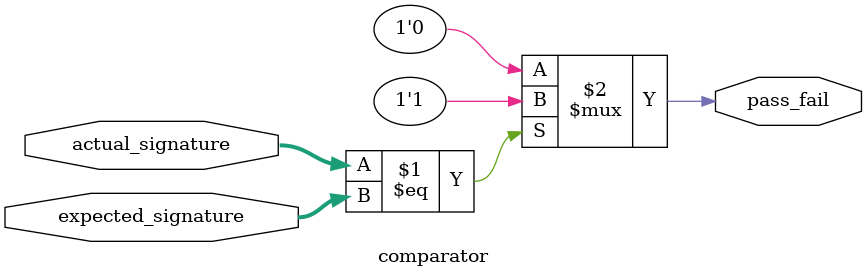
<source format=v>
module comparator(
	input wire [3:0] actual_signature,
	input wire [3:0] expected_signature,
	output reg pass_fail
);
	assign pass_fail = (actual_signature == expected_signature) ? 1'b1 : 1'b0;
endmodule	
</source>
